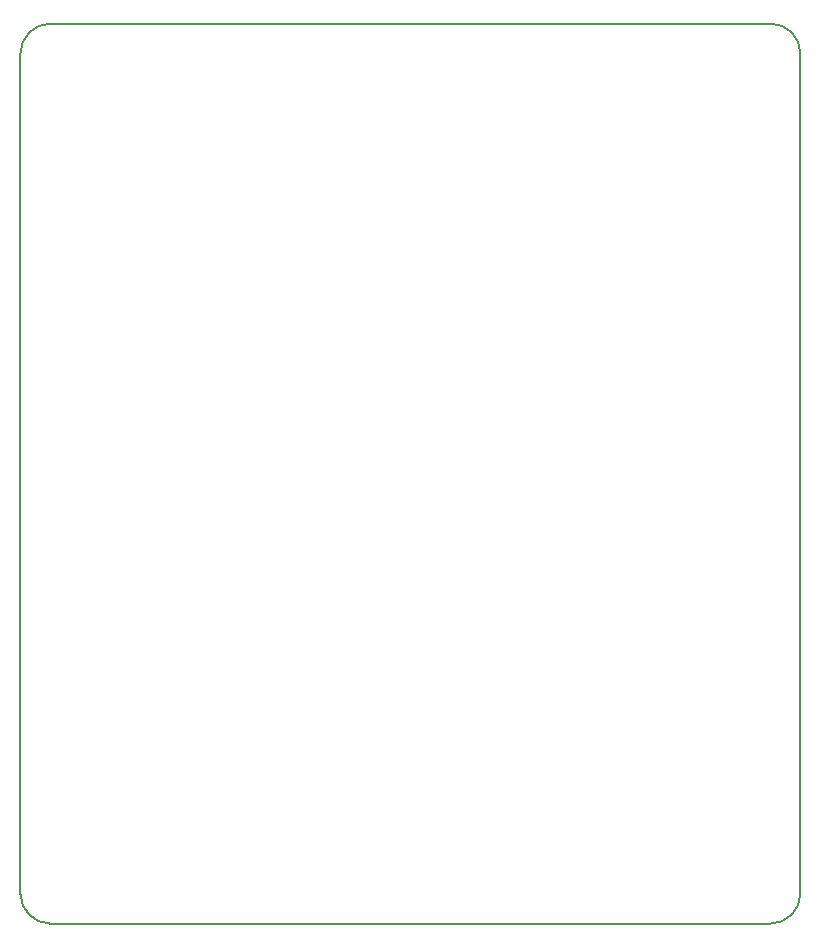
<source format=gbr>
G04 #@! TF.GenerationSoftware,KiCad,Pcbnew,(5.0.0)*
G04 #@! TF.CreationDate,2018-10-20T16:06:51+08:00*
G04 #@! TF.ProjectId,PSU 4CH V1,505355203443482056312E6B69636164,rev?*
G04 #@! TF.SameCoordinates,Original*
G04 #@! TF.FileFunction,Profile,NP*
%FSLAX46Y46*%
G04 Gerber Fmt 4.6, Leading zero omitted, Abs format (unit mm)*
G04 Created by KiCad (PCBNEW (5.0.0)) date 10/20/18 16:06:51*
%MOMM*%
%LPD*%
G01*
G04 APERTURE LIST*
%ADD10C,0.150000*%
G04 APERTURE END LIST*
D10*
X160020000Y-154940000D02*
X160020000Y-83820000D01*
X96520000Y-157480000D02*
X157480000Y-157480000D01*
X93980000Y-83820000D02*
X93980000Y-154940000D01*
X157480000Y-81280000D02*
X96520000Y-81280000D01*
X96520000Y-157480000D02*
G75*
G02X93980000Y-154940000I0J2540000D01*
G01*
X93980000Y-83820000D02*
G75*
G02X96520000Y-81280000I2540000J0D01*
G01*
X157480000Y-81280000D02*
G75*
G02X160020000Y-83820000I0J-2540000D01*
G01*
X160020000Y-154940000D02*
G75*
G02X157480000Y-157480000I-2540000J0D01*
G01*
M02*

</source>
